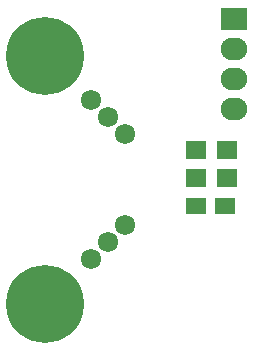
<source format=gts>
G04 #@! TF.FileFunction,Soldermask,Top*
%FSLAX46Y46*%
G04 Gerber Fmt 4.6, Leading zero omitted, Abs format (unit mm)*
G04 Created by KiCad (PCBNEW 4.0.4+dfsg1-stable) date Thu Jun  8 13:46:51 2017*
%MOMM*%
%LPD*%
G01*
G04 APERTURE LIST*
%ADD10C,0.100000*%
%ADD11R,2.232000X1.927200*%
%ADD12O,2.232000X1.927200*%
%ADD13C,6.600000*%
%ADD14R,1.700000X1.450000*%
%ADD15R,1.700000X1.500000*%
%ADD16C,1.724000*%
G04 APERTURE END LIST*
D10*
D11*
X133000000Y-62920000D03*
D12*
X133000000Y-65460000D03*
X133000000Y-68000000D03*
X133000000Y-70540000D03*
D13*
X117000000Y-66000000D03*
X117000000Y-87000000D03*
D14*
X129750000Y-78700000D03*
X132250000Y-78700000D03*
D15*
X129750000Y-76400000D03*
X132450000Y-76400000D03*
X129750000Y-74000000D03*
X132450000Y-74000000D03*
D16*
X122300000Y-71200000D03*
X123736841Y-72636841D03*
X120863159Y-69763159D03*
X122300000Y-81800000D03*
X120863159Y-83236841D03*
X123736841Y-80363159D03*
M02*

</source>
